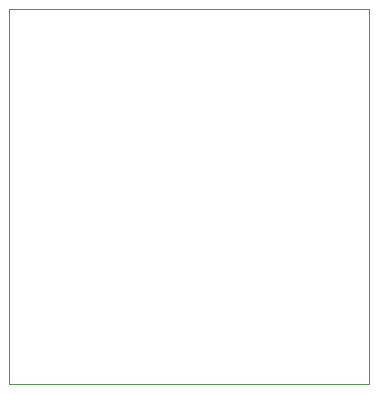
<source format=gbr>
G04 #@! TF.GenerationSoftware,KiCad,Pcbnew,(5.1.5)-3*
G04 #@! TF.CreationDate,2020-04-20T18:44:57+02:00*
G04 #@! TF.ProjectId,RS485-Modbus-Tiny-Sensor-Module,52533438-352d-44d6-9f64-6275732d5469,rev?*
G04 #@! TF.SameCoordinates,Original*
G04 #@! TF.FileFunction,Profile,NP*
%FSLAX46Y46*%
G04 Gerber Fmt 4.6, Leading zero omitted, Abs format (unit mm)*
G04 Created by KiCad (PCBNEW (5.1.5)-3) date 2020-04-20 18:44:57*
%MOMM*%
%LPD*%
G04 APERTURE LIST*
%ADD10C,0.050000*%
G04 APERTURE END LIST*
D10*
X213360000Y-115570000D02*
X182880000Y-115570000D01*
X213360000Y-83820000D02*
X213360000Y-115570000D01*
X182880000Y-83820000D02*
X213360000Y-83820000D01*
X182880000Y-115570000D02*
X182880000Y-83820000D01*
M02*

</source>
